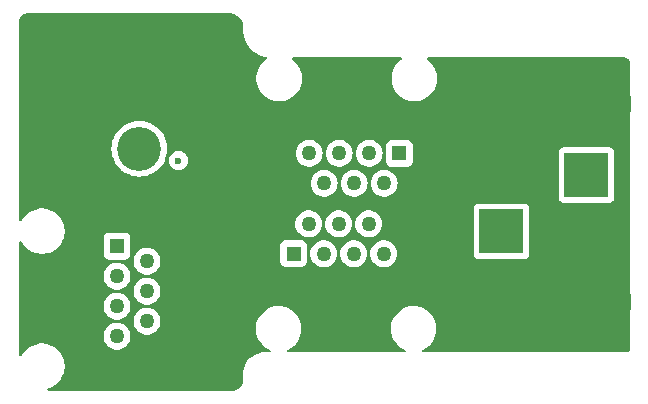
<source format=gtl>
%TF.GenerationSoftware,KiCad,Pcbnew,8.0.1-8.0.1-1~ubuntu22.04.1*%
%TF.CreationDate,2024-04-16T22:31:02-04:00*%
%TF.ProjectId,rocker_splitter,726f636b-6572-45f7-9370-6c6974746572,rev?*%
%TF.SameCoordinates,Original*%
%TF.FileFunction,Copper,L1,Top*%
%TF.FilePolarity,Positive*%
%FSLAX46Y46*%
G04 Gerber Fmt 4.6, Leading zero omitted, Abs format (unit mm)*
G04 Created by KiCad (PCBNEW 8.0.1-8.0.1-1~ubuntu22.04.1) date 2024-04-16 22:31:02*
%MOMM*%
%LPD*%
G01*
G04 APERTURE LIST*
%TA.AperFunction,ComponentPad*%
%ADD10O,2.400000X1.200000*%
%TD*%
%TA.AperFunction,ComponentPad*%
%ADD11R,3.716000X3.716000*%
%TD*%
%TA.AperFunction,ComponentPad*%
%ADD12C,3.716000*%
%TD*%
%TA.AperFunction,ComponentPad*%
%ADD13O,1.200000X2.400000*%
%TD*%
%TA.AperFunction,ComponentPad*%
%ADD14C,3.600000*%
%TD*%
%TA.AperFunction,ConnectorPad*%
%ADD15C,5.600000*%
%TD*%
%TA.AperFunction,ComponentPad*%
%ADD16R,1.268000X1.268000*%
%TD*%
%TA.AperFunction,ComponentPad*%
%ADD17C,1.268000*%
%TD*%
%TA.AperFunction,ViaPad*%
%ADD18C,0.600000*%
%TD*%
G04 APERTURE END LIST*
D10*
%TO.P,P_IN_1,2*%
%TO.N,GND*%
X43342500Y-30795000D03*
X43342500Y-44295000D03*
D11*
%TO.P,P_IN_1,1,+*%
X49342500Y-33945000D03*
D12*
%TO.P,P_IN_1,2,-*%
%TO.N,+24V*%
X49342500Y-41145000D03*
%TD*%
%TO.P,P_OUT_1,2,-*%
%TO.N,GND*%
X79995000Y-43395000D03*
D11*
%TO.P,P_OUT_1,1,+*%
%TO.N,+24V*%
X87195000Y-43395000D03*
D13*
%TO.P,P_OUT_1,2*%
%TO.N,GND*%
X76845000Y-37395000D03*
X90345000Y-37395000D03*
%TD*%
D12*
%TO.P,P_OUT_2,2,-*%
%TO.N,GND*%
X87195000Y-48145000D03*
D11*
%TO.P,P_OUT_2,1,+*%
%TO.N,+24V*%
X79995000Y-48145000D03*
D13*
%TO.P,P_OUT_2,2*%
%TO.N,GND*%
X90345000Y-54145000D03*
X76845000Y-54145000D03*
%TD*%
D14*
%TO.P,H2,1,1*%
%TO.N,GND*%
X55395000Y-58095000D03*
D15*
X55395000Y-58095000D03*
%TD*%
D14*
%TO.P,H1,1,1*%
%TO.N,GND*%
X55395000Y-33095000D03*
D15*
X55395000Y-33095000D03*
%TD*%
D16*
%TO.P,D_IN_1,1*%
%TO.N,CANH*%
X47442500Y-49395000D03*
D17*
%TO.P,D_IN_1,2*%
%TO.N,CANL*%
X49982500Y-50665000D03*
%TO.P,D_IN_1,3*%
%TO.N,unconnected-(D_IN_1-Pad3)*%
X47442500Y-51935000D03*
%TO.P,D_IN_1,4*%
%TO.N,unconnected-(D_IN_1-Pad4)*%
X49982500Y-53205000D03*
%TO.P,D_IN_1,5*%
%TO.N,unconnected-(D_IN_1-Pad5)*%
X47442500Y-54475000D03*
%TO.P,D_IN_1,6*%
%TO.N,unconnected-(D_IN_1-Pad6)*%
X49982500Y-55745000D03*
%TO.P,D_IN_1,7*%
%TO.N,+5V*%
X47442500Y-57015000D03*
%TO.P,D_IN_1,8*%
%TO.N,GND*%
X49982500Y-58285000D03*
%TD*%
D16*
%TO.P,D_OUT_1,1*%
%TO.N,CANH*%
X71342500Y-41545000D03*
D17*
%TO.P,D_OUT_1,2*%
%TO.N,CANL*%
X70072500Y-44085000D03*
%TO.P,D_OUT_1,3*%
%TO.N,unconnected-(D_OUT_1-Pad3)*%
X68802500Y-41545000D03*
%TO.P,D_OUT_1,4*%
%TO.N,unconnected-(D_OUT_1-Pad4)*%
X67532500Y-44085000D03*
%TO.P,D_OUT_1,5*%
%TO.N,unconnected-(D_OUT_1-Pad5)*%
X66262500Y-41545000D03*
%TO.P,D_OUT_1,6*%
%TO.N,unconnected-(D_OUT_1-Pad6)*%
X64992500Y-44085000D03*
%TO.P,D_OUT_1,7*%
%TO.N,+5V*%
X63722500Y-41545000D03*
%TO.P,D_OUT_1,8*%
%TO.N,GND*%
X62452500Y-44085000D03*
%TD*%
D16*
%TO.P,D_OUT_2,1*%
%TO.N,CANH*%
X62407500Y-50035000D03*
D17*
%TO.P,D_OUT_2,2*%
%TO.N,CANL*%
X63677500Y-47495000D03*
%TO.P,D_OUT_2,3*%
%TO.N,unconnected-(D_OUT_2-Pad3)*%
X64947500Y-50035000D03*
%TO.P,D_OUT_2,4*%
%TO.N,unconnected-(D_OUT_2-Pad4)*%
X66217500Y-47495000D03*
%TO.P,D_OUT_2,5*%
%TO.N,unconnected-(D_OUT_2-Pad5)*%
X67487500Y-50035000D03*
%TO.P,D_OUT_2,6*%
%TO.N,unconnected-(D_OUT_2-Pad6)*%
X68757500Y-47495000D03*
%TO.P,D_OUT_2,7*%
%TO.N,+5V*%
X70027500Y-50035000D03*
%TO.P,D_OUT_2,8*%
%TO.N,GND*%
X71297500Y-47495000D03*
%TD*%
D18*
%TO.N,+5V*%
X52647500Y-42145000D03*
%TO.N,GND*%
X52647500Y-38645000D03*
%TD*%
%TA.AperFunction,Conductor*%
%TO.N,GND*%
G36*
X56902353Y-29645882D02*
G01*
X56954688Y-29650000D01*
X57083236Y-29660117D01*
X57102452Y-29663160D01*
X57251757Y-29699006D01*
X57274129Y-29704377D01*
X57292634Y-29710390D01*
X57455746Y-29777953D01*
X57473083Y-29786787D01*
X57623615Y-29879033D01*
X57639357Y-29890470D01*
X57773609Y-30005132D01*
X57787367Y-30018890D01*
X57902029Y-30153142D01*
X57913466Y-30168884D01*
X58005712Y-30319416D01*
X58014546Y-30336753D01*
X58082109Y-30499865D01*
X58088122Y-30518370D01*
X58129338Y-30690045D01*
X58132382Y-30709264D01*
X58146618Y-30890146D01*
X58147000Y-30899875D01*
X58147000Y-31079108D01*
X58147000Y-31145000D01*
X58147000Y-31281130D01*
X58179818Y-31551405D01*
X58219465Y-31712261D01*
X58244975Y-31815759D01*
X58269126Y-31879438D01*
X58341519Y-32070322D01*
X58468044Y-32311397D01*
X58622706Y-32535462D01*
X58622708Y-32535464D01*
X58622710Y-32535467D01*
X58803246Y-32739251D01*
X58803248Y-32739253D01*
X59007032Y-32919789D01*
X59007038Y-32919794D01*
X59231103Y-33074456D01*
X59472178Y-33200981D01*
X59613396Y-33254538D01*
X59726740Y-33297524D01*
X59726742Y-33297524D01*
X59726746Y-33297526D01*
X59991095Y-33362682D01*
X60048236Y-33369620D01*
X60112411Y-33397240D01*
X60151468Y-33455174D01*
X60153003Y-33525027D01*
X60116530Y-33584621D01*
X60108774Y-33591090D01*
X59909205Y-33744227D01*
X59730727Y-33922705D01*
X59577068Y-34122954D01*
X59577066Y-34122958D01*
X59450872Y-34341535D01*
X59450863Y-34341552D01*
X59354273Y-34574741D01*
X59288946Y-34818548D01*
X59256000Y-35068788D01*
X59256000Y-35321211D01*
X59288946Y-35571451D01*
X59354273Y-35815258D01*
X59450863Y-36048447D01*
X59450872Y-36048464D01*
X59577066Y-36267041D01*
X59577068Y-36267045D01*
X59730727Y-36467294D01*
X59730735Y-36467303D01*
X59909197Y-36645765D01*
X59909205Y-36645772D01*
X60109454Y-36799431D01*
X60109458Y-36799433D01*
X60328035Y-36925627D01*
X60328052Y-36925636D01*
X60457258Y-36979154D01*
X60561240Y-37022226D01*
X60805048Y-37087554D01*
X61055296Y-37120500D01*
X61055303Y-37120500D01*
X61307697Y-37120500D01*
X61307704Y-37120500D01*
X61557952Y-37087554D01*
X61801760Y-37022226D01*
X62034954Y-36925633D01*
X62253541Y-36799433D01*
X62253545Y-36799431D01*
X62291342Y-36770427D01*
X62453794Y-36645773D01*
X62453798Y-36645768D01*
X62453803Y-36645765D01*
X62632265Y-36467303D01*
X62632268Y-36467298D01*
X62632273Y-36467294D01*
X62785930Y-36267046D01*
X62912133Y-36048454D01*
X63008726Y-35815260D01*
X63074054Y-35571452D01*
X63107000Y-35321204D01*
X63107000Y-35068796D01*
X63074054Y-34818548D01*
X63008726Y-34574740D01*
X62956864Y-34449535D01*
X62912136Y-34341552D01*
X62912127Y-34341535D01*
X62785933Y-34122958D01*
X62785931Y-34122954D01*
X62632272Y-33922705D01*
X62632265Y-33922697D01*
X62453803Y-33744235D01*
X62453794Y-33744227D01*
X62289131Y-33617875D01*
X62247929Y-33561447D01*
X62243774Y-33491701D01*
X62277987Y-33430781D01*
X62339704Y-33398029D01*
X62364618Y-33395500D01*
X71430382Y-33395500D01*
X71497421Y-33415185D01*
X71543176Y-33467989D01*
X71553120Y-33537147D01*
X71524095Y-33600703D01*
X71505869Y-33617875D01*
X71341205Y-33744227D01*
X71162727Y-33922705D01*
X71009068Y-34122954D01*
X71009066Y-34122958D01*
X70882872Y-34341535D01*
X70882863Y-34341552D01*
X70786273Y-34574741D01*
X70720946Y-34818548D01*
X70688000Y-35068788D01*
X70688000Y-35321211D01*
X70720946Y-35571451D01*
X70786273Y-35815258D01*
X70882863Y-36048447D01*
X70882872Y-36048464D01*
X71009066Y-36267041D01*
X71009068Y-36267045D01*
X71162727Y-36467294D01*
X71162735Y-36467303D01*
X71341197Y-36645765D01*
X71341205Y-36645772D01*
X71541454Y-36799431D01*
X71541458Y-36799433D01*
X71760035Y-36925627D01*
X71760052Y-36925636D01*
X71889258Y-36979154D01*
X71993240Y-37022226D01*
X72237048Y-37087554D01*
X72487296Y-37120500D01*
X72487303Y-37120500D01*
X72739697Y-37120500D01*
X72739704Y-37120500D01*
X72989952Y-37087554D01*
X73233760Y-37022226D01*
X73466954Y-36925633D01*
X73685541Y-36799433D01*
X73685545Y-36799431D01*
X73723342Y-36770427D01*
X73885794Y-36645773D01*
X73885798Y-36645768D01*
X73885803Y-36645765D01*
X74064265Y-36467303D01*
X74064268Y-36467298D01*
X74064273Y-36467294D01*
X74217930Y-36267046D01*
X74344133Y-36048454D01*
X74440726Y-35815260D01*
X74506054Y-35571452D01*
X74539000Y-35321204D01*
X74539000Y-35068796D01*
X74506054Y-34818548D01*
X74440726Y-34574740D01*
X74388864Y-34449535D01*
X74344136Y-34341552D01*
X74344127Y-34341535D01*
X74217933Y-34122958D01*
X74217931Y-34122954D01*
X74064272Y-33922705D01*
X74064265Y-33922697D01*
X73885803Y-33744235D01*
X73885794Y-33744227D01*
X73721131Y-33617875D01*
X73679929Y-33561447D01*
X73675774Y-33491701D01*
X73709987Y-33430781D01*
X73771704Y-33398029D01*
X73796618Y-33395500D01*
X90081608Y-33395500D01*
X90142625Y-33395500D01*
X90152353Y-33395882D01*
X90204688Y-33400000D01*
X90333236Y-33410117D01*
X90352452Y-33413160D01*
X90524129Y-33454377D01*
X90542634Y-33460390D01*
X90705744Y-33527952D01*
X90723079Y-33536785D01*
X90763325Y-33561447D01*
X90783288Y-33573680D01*
X90830164Y-33625491D01*
X90842500Y-33679408D01*
X90842500Y-58207125D01*
X90822815Y-58274164D01*
X90770904Y-58319507D01*
X90749180Y-58329637D01*
X90728869Y-58337030D01*
X90581538Y-58376507D01*
X90560253Y-58380260D01*
X90402895Y-58394028D01*
X90392087Y-58394500D01*
X73372101Y-58394500D01*
X73305062Y-58374815D01*
X73259307Y-58322011D01*
X73249363Y-58252853D01*
X73278388Y-58189297D01*
X73324648Y-58155939D01*
X73421947Y-58115636D01*
X73421947Y-58115635D01*
X73421954Y-58115633D01*
X73640541Y-57989433D01*
X73640545Y-57989431D01*
X73689891Y-57951566D01*
X73840794Y-57835773D01*
X73840798Y-57835768D01*
X73840803Y-57835765D01*
X74019265Y-57657303D01*
X74019268Y-57657298D01*
X74019273Y-57657294D01*
X74172930Y-57457046D01*
X74299133Y-57238454D01*
X74395726Y-57005260D01*
X74461054Y-56761452D01*
X74494000Y-56511204D01*
X74494000Y-56258796D01*
X74461054Y-56008548D01*
X74395726Y-55764740D01*
X74315420Y-55570866D01*
X74299136Y-55531552D01*
X74299127Y-55531535D01*
X74172933Y-55312958D01*
X74172931Y-55312954D01*
X74044210Y-55145204D01*
X74019273Y-55112706D01*
X74019272Y-55112705D01*
X74019265Y-55112697D01*
X73840803Y-54934235D01*
X73840794Y-54934227D01*
X73640545Y-54780568D01*
X73640541Y-54780566D01*
X73421964Y-54654372D01*
X73421947Y-54654363D01*
X73188758Y-54557773D01*
X73034190Y-54516357D01*
X72944952Y-54492446D01*
X72913671Y-54488327D01*
X72694711Y-54459500D01*
X72694704Y-54459500D01*
X72442296Y-54459500D01*
X72442288Y-54459500D01*
X72192048Y-54492446D01*
X71948241Y-54557773D01*
X71715052Y-54654363D01*
X71715035Y-54654372D01*
X71496458Y-54780566D01*
X71496454Y-54780568D01*
X71296205Y-54934227D01*
X71117727Y-55112705D01*
X70964068Y-55312954D01*
X70964066Y-55312958D01*
X70837872Y-55531535D01*
X70837863Y-55531552D01*
X70741273Y-55764741D01*
X70675946Y-56008548D01*
X70643000Y-56258788D01*
X70643000Y-56511211D01*
X70661830Y-56654230D01*
X70675946Y-56761452D01*
X70687787Y-56805643D01*
X70741273Y-57005258D01*
X70837863Y-57238447D01*
X70837872Y-57238464D01*
X70964066Y-57457041D01*
X70964068Y-57457045D01*
X71117727Y-57657294D01*
X71117735Y-57657303D01*
X71296197Y-57835765D01*
X71296205Y-57835772D01*
X71496454Y-57989431D01*
X71496458Y-57989433D01*
X71715035Y-58115627D01*
X71715052Y-58115636D01*
X71812352Y-58155939D01*
X71866755Y-58199780D01*
X71888820Y-58266074D01*
X71871541Y-58333774D01*
X71820403Y-58381384D01*
X71764899Y-58394500D01*
X61940101Y-58394500D01*
X61873062Y-58374815D01*
X61827307Y-58322011D01*
X61817363Y-58252853D01*
X61846388Y-58189297D01*
X61892648Y-58155939D01*
X61989947Y-58115636D01*
X61989947Y-58115635D01*
X61989954Y-58115633D01*
X62208541Y-57989433D01*
X62208545Y-57989431D01*
X62257891Y-57951566D01*
X62408794Y-57835773D01*
X62408798Y-57835768D01*
X62408803Y-57835765D01*
X62587265Y-57657303D01*
X62587268Y-57657298D01*
X62587273Y-57657294D01*
X62740930Y-57457046D01*
X62867133Y-57238454D01*
X62963726Y-57005260D01*
X63029054Y-56761452D01*
X63062000Y-56511204D01*
X63062000Y-56258796D01*
X63029054Y-56008548D01*
X62963726Y-55764740D01*
X62883420Y-55570866D01*
X62867136Y-55531552D01*
X62867127Y-55531535D01*
X62740933Y-55312958D01*
X62740931Y-55312954D01*
X62612210Y-55145204D01*
X62587273Y-55112706D01*
X62587272Y-55112705D01*
X62587265Y-55112697D01*
X62408803Y-54934235D01*
X62408794Y-54934227D01*
X62208545Y-54780568D01*
X62208541Y-54780566D01*
X61989964Y-54654372D01*
X61989947Y-54654363D01*
X61756758Y-54557773D01*
X61602190Y-54516357D01*
X61512952Y-54492446D01*
X61481671Y-54488327D01*
X61262711Y-54459500D01*
X61262704Y-54459500D01*
X61010296Y-54459500D01*
X61010288Y-54459500D01*
X60760048Y-54492446D01*
X60516241Y-54557773D01*
X60283052Y-54654363D01*
X60283035Y-54654372D01*
X60064458Y-54780566D01*
X60064454Y-54780568D01*
X59864205Y-54934227D01*
X59685727Y-55112705D01*
X59532068Y-55312954D01*
X59532066Y-55312958D01*
X59405872Y-55531535D01*
X59405863Y-55531552D01*
X59309273Y-55764741D01*
X59243946Y-56008548D01*
X59211000Y-56258788D01*
X59211000Y-56511211D01*
X59229830Y-56654230D01*
X59243946Y-56761452D01*
X59255787Y-56805643D01*
X59309273Y-57005258D01*
X59405863Y-57238447D01*
X59405872Y-57238464D01*
X59532066Y-57457041D01*
X59532068Y-57457045D01*
X59685727Y-57657294D01*
X59685735Y-57657303D01*
X59864197Y-57835765D01*
X59864205Y-57835772D01*
X60064454Y-57989431D01*
X60064458Y-57989433D01*
X60283035Y-58115627D01*
X60283052Y-58115636D01*
X60380352Y-58155939D01*
X60434755Y-58199780D01*
X60456820Y-58266074D01*
X60439541Y-58333774D01*
X60388403Y-58381384D01*
X60332899Y-58394500D01*
X59963392Y-58394500D01*
X59897500Y-58394500D01*
X59772302Y-58394500D01*
X59736667Y-58399623D01*
X59524455Y-58430135D01*
X59524451Y-58430136D01*
X59284208Y-58500676D01*
X59284202Y-58500678D01*
X59056438Y-58604695D01*
X59056420Y-58604705D01*
X58845791Y-58740068D01*
X58845785Y-58740072D01*
X58656547Y-58904047D01*
X58492572Y-59093285D01*
X58492568Y-59093291D01*
X58357205Y-59303920D01*
X58357195Y-59303938D01*
X58253178Y-59531702D01*
X58253176Y-59531708D01*
X58182636Y-59771951D01*
X58182635Y-59771955D01*
X58147000Y-60019803D01*
X58147000Y-60639586D01*
X58146528Y-60650394D01*
X58132760Y-60807753D01*
X58129007Y-60829038D01*
X58089530Y-60976369D01*
X58082137Y-60996681D01*
X58017677Y-61134915D01*
X58006870Y-61153633D01*
X57919380Y-61278582D01*
X57905486Y-61295140D01*
X57797640Y-61402986D01*
X57781082Y-61416880D01*
X57656133Y-61504370D01*
X57637415Y-61515177D01*
X57499181Y-61579637D01*
X57478869Y-61587030D01*
X57331538Y-61626507D01*
X57310253Y-61630260D01*
X57152895Y-61644028D01*
X57142087Y-61644500D01*
X41679545Y-61644500D01*
X41612506Y-61624815D01*
X41566751Y-61572011D01*
X41556807Y-61502853D01*
X41585832Y-61439297D01*
X41644610Y-61401523D01*
X41647437Y-61400729D01*
X41712760Y-61383226D01*
X41920723Y-61297083D01*
X41945947Y-61286636D01*
X41945947Y-61286635D01*
X41945954Y-61286633D01*
X42164541Y-61160433D01*
X42164545Y-61160431D01*
X42215782Y-61121115D01*
X42364794Y-61006773D01*
X42364798Y-61006768D01*
X42364803Y-61006765D01*
X42543265Y-60828303D01*
X42543268Y-60828298D01*
X42543273Y-60828294D01*
X42696930Y-60628046D01*
X42823133Y-60409454D01*
X42919726Y-60176260D01*
X42985054Y-59932452D01*
X43018000Y-59682204D01*
X43018000Y-59429796D01*
X42985054Y-59179548D01*
X42919726Y-58935740D01*
X42876654Y-58831758D01*
X42823136Y-58702552D01*
X42823127Y-58702535D01*
X42696933Y-58483958D01*
X42696931Y-58483954D01*
X42543272Y-58283705D01*
X42543265Y-58283697D01*
X42364803Y-58105235D01*
X42364794Y-58105227D01*
X42164545Y-57951568D01*
X42164541Y-57951566D01*
X41945964Y-57825372D01*
X41945947Y-57825363D01*
X41712758Y-57728773D01*
X41558190Y-57687357D01*
X41468952Y-57663446D01*
X41422292Y-57657303D01*
X41218711Y-57630500D01*
X41218704Y-57630500D01*
X40966296Y-57630500D01*
X40966288Y-57630500D01*
X40716048Y-57663446D01*
X40472241Y-57728773D01*
X40239052Y-57825363D01*
X40239035Y-57825372D01*
X40020458Y-57951566D01*
X40020454Y-57951568D01*
X39820205Y-58105227D01*
X39641727Y-58283705D01*
X39488068Y-58483954D01*
X39488066Y-58483958D01*
X39379387Y-58672199D01*
X39328821Y-58720415D01*
X39260214Y-58733639D01*
X39195349Y-58707671D01*
X39154820Y-58650757D01*
X39148000Y-58610200D01*
X39148000Y-57015000D01*
X46303140Y-57015000D01*
X46322539Y-57224352D01*
X46380079Y-57426587D01*
X46473793Y-57614790D01*
X46473798Y-57614798D01*
X46600504Y-57782584D01*
X46755881Y-57924228D01*
X46755883Y-57924230D01*
X46831175Y-57970848D01*
X46934644Y-58034913D01*
X47130699Y-58110866D01*
X47337373Y-58149500D01*
X47337375Y-58149500D01*
X47547625Y-58149500D01*
X47547627Y-58149500D01*
X47754301Y-58110866D01*
X47950356Y-58034913D01*
X48129118Y-57924229D01*
X48261156Y-57803859D01*
X48284495Y-57782584D01*
X48319033Y-57736849D01*
X48411203Y-57614796D01*
X48504922Y-57426584D01*
X48562460Y-57224357D01*
X48581860Y-57015000D01*
X48580957Y-57005260D01*
X48577980Y-56973128D01*
X48562460Y-56805643D01*
X48504922Y-56603416D01*
X48459002Y-56511197D01*
X48411206Y-56415209D01*
X48411201Y-56415201D01*
X48284495Y-56247415D01*
X48129118Y-56105771D01*
X48129116Y-56105769D01*
X47950359Y-55995089D01*
X47950356Y-55995087D01*
X47845208Y-55954352D01*
X47754301Y-55919134D01*
X47547627Y-55880500D01*
X47337373Y-55880500D01*
X47130699Y-55919134D01*
X47130696Y-55919134D01*
X47130696Y-55919135D01*
X46934643Y-55995087D01*
X46934640Y-55995089D01*
X46755883Y-56105769D01*
X46755881Y-56105771D01*
X46600504Y-56247415D01*
X46473798Y-56415201D01*
X46473793Y-56415209D01*
X46380079Y-56603412D01*
X46380078Y-56603416D01*
X46334130Y-56764910D01*
X46322539Y-56805647D01*
X46303140Y-57014999D01*
X46303140Y-57015000D01*
X39148000Y-57015000D01*
X39148000Y-55745000D01*
X48843140Y-55745000D01*
X48862539Y-55954352D01*
X48862539Y-55954354D01*
X48862540Y-55954357D01*
X48877959Y-56008548D01*
X48920079Y-56156587D01*
X49013793Y-56344790D01*
X49013798Y-56344798D01*
X49140504Y-56512584D01*
X49295881Y-56654228D01*
X49295883Y-56654230D01*
X49371175Y-56700848D01*
X49474644Y-56764913D01*
X49670699Y-56840866D01*
X49877373Y-56879500D01*
X49877375Y-56879500D01*
X50087625Y-56879500D01*
X50087627Y-56879500D01*
X50294301Y-56840866D01*
X50490356Y-56764913D01*
X50669118Y-56654229D01*
X50824497Y-56512582D01*
X50951203Y-56344796D01*
X51044922Y-56156584D01*
X51102460Y-55954357D01*
X51121860Y-55745000D01*
X51102460Y-55535643D01*
X51044922Y-55333416D01*
X50999692Y-55242582D01*
X50951206Y-55145209D01*
X50951201Y-55145201D01*
X50824495Y-54977415D01*
X50669118Y-54835771D01*
X50669116Y-54835769D01*
X50490359Y-54725089D01*
X50490356Y-54725087D01*
X50385208Y-54684352D01*
X50294301Y-54649134D01*
X50087627Y-54610500D01*
X49877373Y-54610500D01*
X49670699Y-54649134D01*
X49670696Y-54649134D01*
X49670696Y-54649135D01*
X49474643Y-54725087D01*
X49474640Y-54725089D01*
X49295883Y-54835769D01*
X49295881Y-54835771D01*
X49140504Y-54977415D01*
X49013798Y-55145201D01*
X49013793Y-55145209D01*
X48920079Y-55333412D01*
X48920078Y-55333416D01*
X48874130Y-55494910D01*
X48862539Y-55535647D01*
X48843140Y-55744999D01*
X48843140Y-55745000D01*
X39148000Y-55745000D01*
X39148000Y-54475000D01*
X46303140Y-54475000D01*
X46322539Y-54684352D01*
X46322539Y-54684354D01*
X46322540Y-54684357D01*
X46349914Y-54780566D01*
X46380079Y-54886587D01*
X46473793Y-55074790D01*
X46473798Y-55074798D01*
X46600504Y-55242584D01*
X46755881Y-55384228D01*
X46755883Y-55384230D01*
X46831175Y-55430848D01*
X46934644Y-55494913D01*
X47130699Y-55570866D01*
X47337373Y-55609500D01*
X47337375Y-55609500D01*
X47547625Y-55609500D01*
X47547627Y-55609500D01*
X47754301Y-55570866D01*
X47950356Y-55494913D01*
X48129118Y-55384229D01*
X48284497Y-55242582D01*
X48411203Y-55074796D01*
X48504922Y-54886584D01*
X48562460Y-54684357D01*
X48581860Y-54475000D01*
X48562460Y-54265643D01*
X48504922Y-54063416D01*
X48459692Y-53972582D01*
X48411206Y-53875209D01*
X48411201Y-53875201D01*
X48284495Y-53707415D01*
X48129118Y-53565771D01*
X48129116Y-53565769D01*
X47950359Y-53455089D01*
X47950356Y-53455087D01*
X47845208Y-53414352D01*
X47754301Y-53379134D01*
X47547627Y-53340500D01*
X47337373Y-53340500D01*
X47130699Y-53379134D01*
X47130696Y-53379134D01*
X47130696Y-53379135D01*
X46934643Y-53455087D01*
X46934640Y-53455089D01*
X46755883Y-53565769D01*
X46755881Y-53565771D01*
X46600504Y-53707415D01*
X46473798Y-53875201D01*
X46473793Y-53875209D01*
X46380079Y-54063412D01*
X46380078Y-54063416D01*
X46334130Y-54224910D01*
X46322539Y-54265647D01*
X46303140Y-54474999D01*
X46303140Y-54475000D01*
X39148000Y-54475000D01*
X39148000Y-53205000D01*
X48843140Y-53205000D01*
X48862539Y-53414352D01*
X48862539Y-53414354D01*
X48862540Y-53414357D01*
X48905620Y-53565769D01*
X48920079Y-53616587D01*
X49013793Y-53804790D01*
X49013798Y-53804798D01*
X49140504Y-53972584D01*
X49295881Y-54114228D01*
X49295883Y-54114230D01*
X49371175Y-54160848D01*
X49474644Y-54224913D01*
X49670699Y-54300866D01*
X49877373Y-54339500D01*
X49877375Y-54339500D01*
X50087625Y-54339500D01*
X50087627Y-54339500D01*
X50294301Y-54300866D01*
X50490356Y-54224913D01*
X50669118Y-54114229D01*
X50824497Y-53972582D01*
X50951203Y-53804796D01*
X51044922Y-53616584D01*
X51102460Y-53414357D01*
X51121860Y-53205000D01*
X51102460Y-52995643D01*
X51044922Y-52793416D01*
X50999692Y-52702582D01*
X50951206Y-52605209D01*
X50951201Y-52605201D01*
X50824495Y-52437415D01*
X50669118Y-52295771D01*
X50669116Y-52295769D01*
X50490359Y-52185089D01*
X50490356Y-52185087D01*
X50385208Y-52144352D01*
X50294301Y-52109134D01*
X50087627Y-52070500D01*
X49877373Y-52070500D01*
X49670699Y-52109134D01*
X49670696Y-52109134D01*
X49670696Y-52109135D01*
X49474643Y-52185087D01*
X49474640Y-52185089D01*
X49295883Y-52295769D01*
X49295881Y-52295771D01*
X49140504Y-52437415D01*
X49013798Y-52605201D01*
X49013793Y-52605209D01*
X48920079Y-52793412D01*
X48920078Y-52793416D01*
X48874130Y-52954910D01*
X48862539Y-52995647D01*
X48843140Y-53204999D01*
X48843140Y-53205000D01*
X39148000Y-53205000D01*
X39148000Y-51935000D01*
X46303140Y-51935000D01*
X46322539Y-52144352D01*
X46322539Y-52144354D01*
X46322540Y-52144357D01*
X46365620Y-52295769D01*
X46380079Y-52346587D01*
X46473793Y-52534790D01*
X46473798Y-52534798D01*
X46600504Y-52702584D01*
X46755881Y-52844228D01*
X46755883Y-52844230D01*
X46831175Y-52890848D01*
X46934644Y-52954913D01*
X47130699Y-53030866D01*
X47337373Y-53069500D01*
X47337375Y-53069500D01*
X47547625Y-53069500D01*
X47547627Y-53069500D01*
X47754301Y-53030866D01*
X47950356Y-52954913D01*
X48129118Y-52844229D01*
X48284497Y-52702582D01*
X48411203Y-52534796D01*
X48504922Y-52346584D01*
X48562460Y-52144357D01*
X48581860Y-51935000D01*
X48562460Y-51725643D01*
X48504922Y-51523416D01*
X48459692Y-51432582D01*
X48411206Y-51335209D01*
X48411201Y-51335201D01*
X48284495Y-51167415D01*
X48129118Y-51025771D01*
X48129116Y-51025769D01*
X47950359Y-50915089D01*
X47950356Y-50915087D01*
X47845208Y-50874352D01*
X47754301Y-50839134D01*
X47547627Y-50800500D01*
X47337373Y-50800500D01*
X47130699Y-50839134D01*
X47130696Y-50839134D01*
X47130696Y-50839135D01*
X46934643Y-50915087D01*
X46934640Y-50915089D01*
X46755883Y-51025769D01*
X46755881Y-51025771D01*
X46600504Y-51167415D01*
X46473798Y-51335201D01*
X46473793Y-51335209D01*
X46380079Y-51523412D01*
X46380078Y-51523416D01*
X46334130Y-51684910D01*
X46322539Y-51725647D01*
X46303140Y-51934999D01*
X46303140Y-51935000D01*
X39148000Y-51935000D01*
X39148000Y-50665000D01*
X48843140Y-50665000D01*
X48862539Y-50874352D01*
X48862539Y-50874354D01*
X48862540Y-50874357D01*
X48913911Y-51054910D01*
X48920079Y-51076587D01*
X49013793Y-51264790D01*
X49013798Y-51264798D01*
X49140504Y-51432584D01*
X49295881Y-51574228D01*
X49295883Y-51574230D01*
X49371175Y-51620848D01*
X49474644Y-51684913D01*
X49670699Y-51760866D01*
X49877373Y-51799500D01*
X49877375Y-51799500D01*
X50087625Y-51799500D01*
X50087627Y-51799500D01*
X50294301Y-51760866D01*
X50490356Y-51684913D01*
X50669118Y-51574229D01*
X50824497Y-51432582D01*
X50951203Y-51264796D01*
X51044922Y-51076584D01*
X51102460Y-50874357D01*
X51117053Y-50716870D01*
X61273000Y-50716870D01*
X61273001Y-50716876D01*
X61279408Y-50776483D01*
X61329702Y-50911328D01*
X61329706Y-50911335D01*
X61415952Y-51026544D01*
X61415955Y-51026547D01*
X61531164Y-51112793D01*
X61531171Y-51112797D01*
X61666017Y-51163091D01*
X61666016Y-51163091D01*
X61672944Y-51163835D01*
X61725627Y-51169500D01*
X63089372Y-51169499D01*
X63148983Y-51163091D01*
X63283831Y-51112796D01*
X63399046Y-51026546D01*
X63485296Y-50911331D01*
X63535591Y-50776483D01*
X63542000Y-50716873D01*
X63541999Y-50035000D01*
X63808140Y-50035000D01*
X63827539Y-50244352D01*
X63827539Y-50244354D01*
X63827540Y-50244357D01*
X63867996Y-50386546D01*
X63885079Y-50446587D01*
X63978793Y-50634790D01*
X63978798Y-50634798D01*
X64105504Y-50802584D01*
X64260881Y-50944228D01*
X64260883Y-50944230D01*
X64336175Y-50990848D01*
X64439644Y-51054913D01*
X64635699Y-51130866D01*
X64842373Y-51169500D01*
X64842375Y-51169500D01*
X65052625Y-51169500D01*
X65052627Y-51169500D01*
X65259301Y-51130866D01*
X65455356Y-51054913D01*
X65634118Y-50944229D01*
X65789497Y-50802582D01*
X65916203Y-50634796D01*
X66009922Y-50446584D01*
X66067460Y-50244357D01*
X66086860Y-50035000D01*
X66348140Y-50035000D01*
X66367539Y-50244352D01*
X66367539Y-50244354D01*
X66367540Y-50244357D01*
X66407996Y-50386546D01*
X66425079Y-50446587D01*
X66518793Y-50634790D01*
X66518798Y-50634798D01*
X66645504Y-50802584D01*
X66800881Y-50944228D01*
X66800883Y-50944230D01*
X66876175Y-50990848D01*
X66979644Y-51054913D01*
X67175699Y-51130866D01*
X67382373Y-51169500D01*
X67382375Y-51169500D01*
X67592625Y-51169500D01*
X67592627Y-51169500D01*
X67799301Y-51130866D01*
X67995356Y-51054913D01*
X68174118Y-50944229D01*
X68329497Y-50802582D01*
X68456203Y-50634796D01*
X68549922Y-50446584D01*
X68607460Y-50244357D01*
X68626860Y-50035000D01*
X68888140Y-50035000D01*
X68907539Y-50244352D01*
X68907539Y-50244354D01*
X68907540Y-50244357D01*
X68947996Y-50386546D01*
X68965079Y-50446587D01*
X69058793Y-50634790D01*
X69058798Y-50634798D01*
X69185504Y-50802584D01*
X69340881Y-50944228D01*
X69340883Y-50944230D01*
X69416175Y-50990848D01*
X69519644Y-51054913D01*
X69715699Y-51130866D01*
X69922373Y-51169500D01*
X69922375Y-51169500D01*
X70132625Y-51169500D01*
X70132627Y-51169500D01*
X70339301Y-51130866D01*
X70535356Y-51054913D01*
X70714118Y-50944229D01*
X70869497Y-50802582D01*
X70996203Y-50634796D01*
X71089922Y-50446584D01*
X71147460Y-50244357D01*
X71165389Y-50050870D01*
X77636500Y-50050870D01*
X77636501Y-50050876D01*
X77642908Y-50110483D01*
X77693202Y-50245328D01*
X77693206Y-50245335D01*
X77779452Y-50360544D01*
X77779455Y-50360547D01*
X77894664Y-50446793D01*
X77894671Y-50446797D01*
X78029517Y-50497091D01*
X78029516Y-50497091D01*
X78036444Y-50497835D01*
X78089127Y-50503500D01*
X81900872Y-50503499D01*
X81960483Y-50497091D01*
X82095331Y-50446796D01*
X82210546Y-50360546D01*
X82296796Y-50245331D01*
X82347091Y-50110483D01*
X82353500Y-50050873D01*
X82353499Y-46239128D01*
X82347091Y-46179517D01*
X82296796Y-46044669D01*
X82296795Y-46044668D01*
X82296793Y-46044664D01*
X82210547Y-45929455D01*
X82210544Y-45929452D01*
X82095335Y-45843206D01*
X82095328Y-45843202D01*
X81960482Y-45792908D01*
X81960483Y-45792908D01*
X81900883Y-45786501D01*
X81900881Y-45786500D01*
X81900873Y-45786500D01*
X81900864Y-45786500D01*
X78089129Y-45786500D01*
X78089123Y-45786501D01*
X78029516Y-45792908D01*
X77894671Y-45843202D01*
X77894664Y-45843206D01*
X77779455Y-45929452D01*
X77779452Y-45929455D01*
X77693206Y-46044664D01*
X77693202Y-46044671D01*
X77642908Y-46179517D01*
X77637326Y-46231446D01*
X77636501Y-46239123D01*
X77636500Y-46239135D01*
X77636500Y-50050870D01*
X71165389Y-50050870D01*
X71166860Y-50035000D01*
X71147460Y-49825643D01*
X71089922Y-49623416D01*
X71043655Y-49530500D01*
X70996206Y-49435209D01*
X70996201Y-49435201D01*
X70869495Y-49267415D01*
X70714118Y-49125771D01*
X70714116Y-49125769D01*
X70535359Y-49015089D01*
X70535356Y-49015087D01*
X70434684Y-48976086D01*
X70339301Y-48939134D01*
X70132627Y-48900500D01*
X69922373Y-48900500D01*
X69715699Y-48939134D01*
X69715696Y-48939134D01*
X69715696Y-48939135D01*
X69519643Y-49015087D01*
X69519640Y-49015089D01*
X69340883Y-49125769D01*
X69340881Y-49125771D01*
X69185504Y-49267415D01*
X69058798Y-49435201D01*
X69058793Y-49435209D01*
X68965079Y-49623412D01*
X68907539Y-49825647D01*
X68888140Y-50034999D01*
X68888140Y-50035000D01*
X68626860Y-50035000D01*
X68607460Y-49825643D01*
X68549922Y-49623416D01*
X68503655Y-49530500D01*
X68456206Y-49435209D01*
X68456201Y-49435201D01*
X68329495Y-49267415D01*
X68174118Y-49125771D01*
X68174116Y-49125769D01*
X67995359Y-49015089D01*
X67995356Y-49015087D01*
X67894684Y-48976086D01*
X67799301Y-48939134D01*
X67592627Y-48900500D01*
X67382373Y-48900500D01*
X67175699Y-48939134D01*
X67175696Y-48939134D01*
X67175696Y-48939135D01*
X66979643Y-49015087D01*
X66979640Y-49015089D01*
X66800883Y-49125769D01*
X66800881Y-49125771D01*
X66645504Y-49267415D01*
X66518798Y-49435201D01*
X66518793Y-49435209D01*
X66425079Y-49623412D01*
X66367539Y-49825647D01*
X66348140Y-50034999D01*
X66348140Y-50035000D01*
X66086860Y-50035000D01*
X66067460Y-49825643D01*
X66009922Y-49623416D01*
X65963655Y-49530500D01*
X65916206Y-49435209D01*
X65916201Y-49435201D01*
X65789495Y-49267415D01*
X65634118Y-49125771D01*
X65634116Y-49125769D01*
X65455359Y-49015089D01*
X65455356Y-49015087D01*
X65354684Y-48976086D01*
X65259301Y-48939134D01*
X65052627Y-48900500D01*
X64842373Y-48900500D01*
X64635699Y-48939134D01*
X64635696Y-48939134D01*
X64635696Y-48939135D01*
X64439643Y-49015087D01*
X64439640Y-49015089D01*
X64260883Y-49125769D01*
X64260881Y-49125771D01*
X64105504Y-49267415D01*
X63978798Y-49435201D01*
X63978793Y-49435209D01*
X63885079Y-49623412D01*
X63827539Y-49825647D01*
X63808140Y-50034999D01*
X63808140Y-50035000D01*
X63541999Y-50035000D01*
X63541999Y-49353128D01*
X63535591Y-49293517D01*
X63499237Y-49196048D01*
X63485297Y-49158671D01*
X63485293Y-49158664D01*
X63399047Y-49043455D01*
X63399044Y-49043452D01*
X63283835Y-48957206D01*
X63283828Y-48957202D01*
X63148982Y-48906908D01*
X63148983Y-48906908D01*
X63089383Y-48900501D01*
X63089381Y-48900500D01*
X63089373Y-48900500D01*
X63089364Y-48900500D01*
X61725629Y-48900500D01*
X61725623Y-48900501D01*
X61666016Y-48906908D01*
X61531171Y-48957202D01*
X61531164Y-48957206D01*
X61415955Y-49043452D01*
X61415952Y-49043455D01*
X61329706Y-49158664D01*
X61329702Y-49158671D01*
X61279408Y-49293517D01*
X61273001Y-49353116D01*
X61273001Y-49353123D01*
X61273000Y-49353135D01*
X61273000Y-50716870D01*
X51117053Y-50716870D01*
X51121860Y-50665000D01*
X51102460Y-50455643D01*
X51044922Y-50253416D01*
X50986696Y-50136483D01*
X50951206Y-50065209D01*
X50951201Y-50065201D01*
X50824495Y-49897415D01*
X50669118Y-49755771D01*
X50669116Y-49755769D01*
X50490359Y-49645089D01*
X50490356Y-49645087D01*
X50434407Y-49623412D01*
X50294301Y-49569134D01*
X50087627Y-49530500D01*
X49877373Y-49530500D01*
X49670699Y-49569134D01*
X49670696Y-49569134D01*
X49670696Y-49569135D01*
X49474643Y-49645087D01*
X49474640Y-49645089D01*
X49295883Y-49755769D01*
X49295881Y-49755771D01*
X49140504Y-49897415D01*
X49013798Y-50065201D01*
X49013793Y-50065209D01*
X48920079Y-50253412D01*
X48920078Y-50253416D01*
X48865118Y-50446584D01*
X48862539Y-50455647D01*
X48843140Y-50664999D01*
X48843140Y-50665000D01*
X39148000Y-50665000D01*
X39148000Y-50076870D01*
X46308000Y-50076870D01*
X46308001Y-50076876D01*
X46314408Y-50136483D01*
X46364702Y-50271328D01*
X46364706Y-50271335D01*
X46450952Y-50386544D01*
X46450955Y-50386547D01*
X46566164Y-50472793D01*
X46566171Y-50472797D01*
X46701017Y-50523091D01*
X46701016Y-50523091D01*
X46707944Y-50523835D01*
X46760627Y-50529500D01*
X48124372Y-50529499D01*
X48183983Y-50523091D01*
X48318831Y-50472796D01*
X48434046Y-50386546D01*
X48520296Y-50271331D01*
X48570591Y-50136483D01*
X48577000Y-50076873D01*
X48576999Y-48713128D01*
X48570591Y-48653517D01*
X48561633Y-48629500D01*
X48520297Y-48518671D01*
X48520293Y-48518664D01*
X48434047Y-48403455D01*
X48434044Y-48403452D01*
X48318835Y-48317206D01*
X48318828Y-48317202D01*
X48183982Y-48266908D01*
X48183983Y-48266908D01*
X48124383Y-48260501D01*
X48124381Y-48260500D01*
X48124373Y-48260500D01*
X48124364Y-48260500D01*
X46760629Y-48260500D01*
X46760623Y-48260501D01*
X46701016Y-48266908D01*
X46566171Y-48317202D01*
X46566164Y-48317206D01*
X46450955Y-48403452D01*
X46450952Y-48403455D01*
X46364706Y-48518664D01*
X46364702Y-48518671D01*
X46314408Y-48653517D01*
X46308001Y-48713116D01*
X46308001Y-48713123D01*
X46308000Y-48713135D01*
X46308000Y-50076870D01*
X39148000Y-50076870D01*
X39148000Y-49069799D01*
X39167685Y-49002760D01*
X39220489Y-48957005D01*
X39289647Y-48947061D01*
X39353203Y-48976086D01*
X39379385Y-49007796D01*
X39415182Y-49069799D01*
X39488071Y-49196048D01*
X39641727Y-49396294D01*
X39641735Y-49396303D01*
X39820197Y-49574765D01*
X39820205Y-49574772D01*
X40020454Y-49728431D01*
X40020458Y-49728433D01*
X40239035Y-49854627D01*
X40239052Y-49854636D01*
X40342330Y-49897415D01*
X40472240Y-49951226D01*
X40716048Y-50016554D01*
X40966296Y-50049500D01*
X40966303Y-50049500D01*
X41218697Y-50049500D01*
X41218704Y-50049500D01*
X41468952Y-50016554D01*
X41712760Y-49951226D01*
X41945954Y-49854633D01*
X42164541Y-49728433D01*
X42164545Y-49728431D01*
X42273157Y-49645089D01*
X42364794Y-49574773D01*
X42364798Y-49574768D01*
X42364803Y-49574765D01*
X42543265Y-49396303D01*
X42543268Y-49396298D01*
X42543273Y-49396294D01*
X42667927Y-49233842D01*
X42696931Y-49196045D01*
X42696933Y-49196041D01*
X42785029Y-49043452D01*
X42823133Y-48977454D01*
X42919726Y-48744260D01*
X42985054Y-48500452D01*
X43018000Y-48250204D01*
X43018000Y-47997796D01*
X42985054Y-47747548D01*
X42919726Y-47503740D01*
X42916106Y-47495000D01*
X62538140Y-47495000D01*
X62557539Y-47704352D01*
X62615079Y-47906587D01*
X62708793Y-48094790D01*
X62708798Y-48094798D01*
X62835504Y-48262584D01*
X62990881Y-48404228D01*
X62990883Y-48404230D01*
X63066175Y-48450848D01*
X63169644Y-48514913D01*
X63365699Y-48590866D01*
X63572373Y-48629500D01*
X63572375Y-48629500D01*
X63782625Y-48629500D01*
X63782627Y-48629500D01*
X63989301Y-48590866D01*
X64185356Y-48514913D01*
X64364118Y-48404229D01*
X64519497Y-48262582D01*
X64646203Y-48094796D01*
X64739922Y-47906584D01*
X64797460Y-47704357D01*
X64816860Y-47495000D01*
X65078140Y-47495000D01*
X65097539Y-47704352D01*
X65155079Y-47906587D01*
X65248793Y-48094790D01*
X65248798Y-48094798D01*
X65375504Y-48262584D01*
X65530881Y-48404228D01*
X65530883Y-48404230D01*
X65606175Y-48450848D01*
X65709644Y-48514913D01*
X65905699Y-48590866D01*
X66112373Y-48629500D01*
X66112375Y-48629500D01*
X66322625Y-48629500D01*
X66322627Y-48629500D01*
X66529301Y-48590866D01*
X66725356Y-48514913D01*
X66904118Y-48404229D01*
X67059497Y-48262582D01*
X67186203Y-48094796D01*
X67279922Y-47906584D01*
X67337460Y-47704357D01*
X67356860Y-47495000D01*
X67618140Y-47495000D01*
X67637539Y-47704352D01*
X67695079Y-47906587D01*
X67788793Y-48094790D01*
X67788798Y-48094798D01*
X67915504Y-48262584D01*
X68070881Y-48404228D01*
X68070883Y-48404230D01*
X68146175Y-48450848D01*
X68249644Y-48514913D01*
X68445699Y-48590866D01*
X68652373Y-48629500D01*
X68652375Y-48629500D01*
X68862625Y-48629500D01*
X68862627Y-48629500D01*
X69069301Y-48590866D01*
X69265356Y-48514913D01*
X69444118Y-48404229D01*
X69599497Y-48262582D01*
X69726203Y-48094796D01*
X69819922Y-47906584D01*
X69877460Y-47704357D01*
X69896860Y-47495000D01*
X69877460Y-47285643D01*
X69819922Y-47083416D01*
X69804256Y-47051954D01*
X69726206Y-46895209D01*
X69726201Y-46895201D01*
X69599495Y-46727415D01*
X69444118Y-46585771D01*
X69444116Y-46585769D01*
X69265359Y-46475089D01*
X69265356Y-46475087D01*
X69069301Y-46399134D01*
X68862627Y-46360500D01*
X68652373Y-46360500D01*
X68445699Y-46399134D01*
X68445696Y-46399134D01*
X68445696Y-46399135D01*
X68249643Y-46475087D01*
X68249640Y-46475089D01*
X68070883Y-46585769D01*
X68070881Y-46585771D01*
X67915504Y-46727415D01*
X67788798Y-46895201D01*
X67788793Y-46895209D01*
X67695079Y-47083412D01*
X67695078Y-47083416D01*
X67641836Y-47270546D01*
X67637539Y-47285647D01*
X67618140Y-47494999D01*
X67618140Y-47495000D01*
X67356860Y-47495000D01*
X67337460Y-47285643D01*
X67279922Y-47083416D01*
X67264256Y-47051954D01*
X67186206Y-46895209D01*
X67186201Y-46895201D01*
X67059495Y-46727415D01*
X66904118Y-46585771D01*
X66904116Y-46585769D01*
X66725359Y-46475089D01*
X66725356Y-46475087D01*
X66529301Y-46399134D01*
X66322627Y-46360500D01*
X66112373Y-46360500D01*
X65905699Y-46399134D01*
X65905696Y-46399134D01*
X65905696Y-46399135D01*
X65709643Y-46475087D01*
X65709640Y-46475089D01*
X65530883Y-46585769D01*
X65530881Y-46585771D01*
X65375504Y-46727415D01*
X65248798Y-46895201D01*
X65248793Y-46895209D01*
X65155079Y-47083412D01*
X65155078Y-47083416D01*
X65101836Y-47270546D01*
X65097539Y-47285647D01*
X65078140Y-47494999D01*
X65078140Y-47495000D01*
X64816860Y-47495000D01*
X64797460Y-47285643D01*
X64739922Y-47083416D01*
X64724256Y-47051954D01*
X64646206Y-46895209D01*
X64646201Y-46895201D01*
X64519495Y-46727415D01*
X64364118Y-46585771D01*
X64364116Y-46585769D01*
X64185359Y-46475089D01*
X64185356Y-46475087D01*
X63989301Y-46399134D01*
X63782627Y-46360500D01*
X63572373Y-46360500D01*
X63365699Y-46399134D01*
X63365696Y-46399134D01*
X63365696Y-46399135D01*
X63169643Y-46475087D01*
X63169640Y-46475089D01*
X62990883Y-46585769D01*
X62990881Y-46585771D01*
X62835504Y-46727415D01*
X62708798Y-46895201D01*
X62708793Y-46895209D01*
X62615079Y-47083412D01*
X62615078Y-47083416D01*
X62561836Y-47270546D01*
X62557539Y-47285647D01*
X62538140Y-47494999D01*
X62538140Y-47495000D01*
X42916106Y-47495000D01*
X42876654Y-47399758D01*
X42823136Y-47270552D01*
X42823127Y-47270535D01*
X42696933Y-47051958D01*
X42696931Y-47051954D01*
X42543272Y-46851705D01*
X42543265Y-46851697D01*
X42364803Y-46673235D01*
X42364794Y-46673227D01*
X42164545Y-46519568D01*
X42164541Y-46519566D01*
X41945964Y-46393372D01*
X41945947Y-46393363D01*
X41712758Y-46296773D01*
X41558190Y-46255357D01*
X41468952Y-46231446D01*
X41437671Y-46227327D01*
X41218711Y-46198500D01*
X41218704Y-46198500D01*
X40966296Y-46198500D01*
X40966288Y-46198500D01*
X40716048Y-46231446D01*
X40472241Y-46296773D01*
X40239052Y-46393363D01*
X40239035Y-46393372D01*
X40020458Y-46519566D01*
X40020454Y-46519568D01*
X39820205Y-46673227D01*
X39641727Y-46851705D01*
X39488068Y-47051954D01*
X39488066Y-47051958D01*
X39379387Y-47240199D01*
X39328821Y-47288415D01*
X39260214Y-47301639D01*
X39195349Y-47275671D01*
X39154820Y-47218757D01*
X39148000Y-47178200D01*
X39148000Y-45300870D01*
X84836500Y-45300870D01*
X84836501Y-45300876D01*
X84842908Y-45360483D01*
X84893202Y-45495328D01*
X84893206Y-45495335D01*
X84979452Y-45610544D01*
X84979455Y-45610547D01*
X85094664Y-45696793D01*
X85094671Y-45696797D01*
X85229517Y-45747091D01*
X85229516Y-45747091D01*
X85236444Y-45747835D01*
X85289127Y-45753500D01*
X89100872Y-45753499D01*
X89160483Y-45747091D01*
X89295331Y-45696796D01*
X89410546Y-45610546D01*
X89496796Y-45495331D01*
X89547091Y-45360483D01*
X89553500Y-45300873D01*
X89553499Y-41489128D01*
X89547091Y-41429517D01*
X89521025Y-41359631D01*
X89496797Y-41294671D01*
X89496793Y-41294664D01*
X89410547Y-41179455D01*
X89410544Y-41179452D01*
X89295335Y-41093206D01*
X89295328Y-41093202D01*
X89160482Y-41042908D01*
X89160483Y-41042908D01*
X89100883Y-41036501D01*
X89100881Y-41036500D01*
X89100873Y-41036500D01*
X89100864Y-41036500D01*
X85289129Y-41036500D01*
X85289123Y-41036501D01*
X85229516Y-41042908D01*
X85094671Y-41093202D01*
X85094664Y-41093206D01*
X84979455Y-41179452D01*
X84979452Y-41179455D01*
X84893206Y-41294664D01*
X84893202Y-41294671D01*
X84842908Y-41429517D01*
X84836501Y-41489116D01*
X84836501Y-41489123D01*
X84836500Y-41489135D01*
X84836500Y-45300870D01*
X39148000Y-45300870D01*
X39148000Y-44085000D01*
X63853140Y-44085000D01*
X63872539Y-44294352D01*
X63930079Y-44496587D01*
X64023793Y-44684790D01*
X64023798Y-44684798D01*
X64150504Y-44852584D01*
X64305881Y-44994228D01*
X64305883Y-44994230D01*
X64381175Y-45040848D01*
X64484644Y-45104913D01*
X64680699Y-45180866D01*
X64887373Y-45219500D01*
X64887375Y-45219500D01*
X65097625Y-45219500D01*
X65097627Y-45219500D01*
X65304301Y-45180866D01*
X65500356Y-45104913D01*
X65679118Y-44994229D01*
X65834497Y-44852582D01*
X65961203Y-44684796D01*
X66054922Y-44496584D01*
X66112460Y-44294357D01*
X66131860Y-44085000D01*
X66393140Y-44085000D01*
X66412539Y-44294352D01*
X66470079Y-44496587D01*
X66563793Y-44684790D01*
X66563798Y-44684798D01*
X66690504Y-44852584D01*
X66845881Y-44994228D01*
X66845883Y-44994230D01*
X66921175Y-45040848D01*
X67024644Y-45104913D01*
X67220699Y-45180866D01*
X67427373Y-45219500D01*
X67427375Y-45219500D01*
X67637625Y-45219500D01*
X67637627Y-45219500D01*
X67844301Y-45180866D01*
X68040356Y-45104913D01*
X68219118Y-44994229D01*
X68374497Y-44852582D01*
X68501203Y-44684796D01*
X68594922Y-44496584D01*
X68652460Y-44294357D01*
X68671860Y-44085000D01*
X68933140Y-44085000D01*
X68952539Y-44294352D01*
X69010079Y-44496587D01*
X69103793Y-44684790D01*
X69103798Y-44684798D01*
X69230504Y-44852584D01*
X69385881Y-44994228D01*
X69385883Y-44994230D01*
X69461175Y-45040848D01*
X69564644Y-45104913D01*
X69760699Y-45180866D01*
X69967373Y-45219500D01*
X69967375Y-45219500D01*
X70177625Y-45219500D01*
X70177627Y-45219500D01*
X70384301Y-45180866D01*
X70580356Y-45104913D01*
X70759118Y-44994229D01*
X70914497Y-44852582D01*
X71041203Y-44684796D01*
X71134922Y-44496584D01*
X71192460Y-44294357D01*
X71211860Y-44085000D01*
X71192460Y-43875643D01*
X71134922Y-43673416D01*
X71133433Y-43670426D01*
X71041206Y-43485209D01*
X71041201Y-43485201D01*
X70914495Y-43317415D01*
X70759118Y-43175771D01*
X70759116Y-43175769D01*
X70580359Y-43065089D01*
X70580356Y-43065087D01*
X70464328Y-43020137D01*
X70384301Y-42989134D01*
X70177627Y-42950500D01*
X69967373Y-42950500D01*
X69760699Y-42989134D01*
X69760696Y-42989134D01*
X69760696Y-42989135D01*
X69564643Y-43065087D01*
X69564640Y-43065089D01*
X69385883Y-43175769D01*
X69385881Y-43175771D01*
X69230504Y-43317415D01*
X69103798Y-43485201D01*
X69103793Y-43485209D01*
X69010079Y-43673412D01*
X68952539Y-43875647D01*
X68933140Y-44084999D01*
X68933140Y-44085000D01*
X68671860Y-44085000D01*
X68652460Y-43875643D01*
X68594922Y-43673416D01*
X68593433Y-43670426D01*
X68501206Y-43485209D01*
X68501201Y-43485201D01*
X68374495Y-43317415D01*
X68219118Y-43175771D01*
X68219116Y-43175769D01*
X68040359Y-43065089D01*
X68040356Y-43065087D01*
X67924328Y-43020137D01*
X67844301Y-42989134D01*
X67637627Y-42950500D01*
X67427373Y-42950500D01*
X67220699Y-42989134D01*
X67220696Y-42989134D01*
X67220696Y-42989135D01*
X67024643Y-43065087D01*
X67024640Y-43065089D01*
X66845883Y-43175769D01*
X66845881Y-43175771D01*
X66690504Y-43317415D01*
X66563798Y-43485201D01*
X66563793Y-43485209D01*
X66470079Y-43673412D01*
X66412539Y-43875647D01*
X66393140Y-44084999D01*
X66393140Y-44085000D01*
X66131860Y-44085000D01*
X66112460Y-43875643D01*
X66054922Y-43673416D01*
X66053433Y-43670426D01*
X65961206Y-43485209D01*
X65961201Y-43485201D01*
X65834495Y-43317415D01*
X65679118Y-43175771D01*
X65679116Y-43175769D01*
X65500359Y-43065089D01*
X65500356Y-43065087D01*
X65384328Y-43020137D01*
X65304301Y-42989134D01*
X65097627Y-42950500D01*
X64887373Y-42950500D01*
X64680699Y-42989134D01*
X64680696Y-42989134D01*
X64680696Y-42989135D01*
X64484643Y-43065087D01*
X64484640Y-43065089D01*
X64305883Y-43175769D01*
X64305881Y-43175771D01*
X64150504Y-43317415D01*
X64023798Y-43485201D01*
X64023793Y-43485209D01*
X63930079Y-43673412D01*
X63872539Y-43875647D01*
X63853140Y-44084999D01*
X63853140Y-44085000D01*
X39148000Y-44085000D01*
X39148000Y-41145007D01*
X46978939Y-41145007D01*
X46999158Y-41453490D01*
X46999159Y-41453500D01*
X46999160Y-41453507D01*
X46999162Y-41453517D01*
X47059474Y-41756729D01*
X47059477Y-41756743D01*
X47158852Y-42049491D01*
X47158861Y-42049512D01*
X47295593Y-42326777D01*
X47295596Y-42326781D01*
X47454710Y-42564912D01*
X47467362Y-42583846D01*
X47671209Y-42816290D01*
X47801291Y-42930368D01*
X47903655Y-43020139D01*
X48136571Y-43175769D01*
X48160722Y-43191906D01*
X48437987Y-43328638D01*
X48437992Y-43328640D01*
X48438004Y-43328646D01*
X48730765Y-43428025D01*
X49033993Y-43488340D01*
X49063618Y-43490281D01*
X49342493Y-43508561D01*
X49342500Y-43508561D01*
X49342507Y-43508561D01*
X49589484Y-43492372D01*
X49651007Y-43488340D01*
X49954235Y-43428025D01*
X50246996Y-43328646D01*
X50524281Y-43191904D01*
X50781345Y-43020139D01*
X51013790Y-42816290D01*
X51217639Y-42583845D01*
X51389404Y-42326781D01*
X51479047Y-42145003D01*
X51841935Y-42145003D01*
X51862130Y-42324249D01*
X51862131Y-42324254D01*
X51921711Y-42494523D01*
X51977836Y-42583845D01*
X52017684Y-42647262D01*
X52145238Y-42774816D01*
X52297978Y-42870789D01*
X52468245Y-42930368D01*
X52468250Y-42930369D01*
X52647496Y-42950565D01*
X52647500Y-42950565D01*
X52647504Y-42950565D01*
X52826749Y-42930369D01*
X52826752Y-42930368D01*
X52826755Y-42930368D01*
X52997022Y-42870789D01*
X53149762Y-42774816D01*
X53277316Y-42647262D01*
X53373289Y-42494522D01*
X53432868Y-42324255D01*
X53434183Y-42312584D01*
X53453065Y-42145003D01*
X53453065Y-42144996D01*
X53432869Y-41965750D01*
X53432868Y-41965745D01*
X53373288Y-41795476D01*
X53277315Y-41642737D01*
X53179578Y-41545000D01*
X62583140Y-41545000D01*
X62602539Y-41754352D01*
X62602539Y-41754354D01*
X62602540Y-41754357D01*
X62614240Y-41795478D01*
X62660079Y-41956587D01*
X62753793Y-42144790D01*
X62753798Y-42144798D01*
X62880504Y-42312584D01*
X63035881Y-42454228D01*
X63035883Y-42454230D01*
X63100958Y-42494522D01*
X63214644Y-42564913D01*
X63410699Y-42640866D01*
X63617373Y-42679500D01*
X63617375Y-42679500D01*
X63827625Y-42679500D01*
X63827627Y-42679500D01*
X64034301Y-42640866D01*
X64230356Y-42564913D01*
X64409118Y-42454229D01*
X64541156Y-42333859D01*
X64564495Y-42312584D01*
X64584207Y-42286482D01*
X64691203Y-42144796D01*
X64784922Y-41956584D01*
X64842460Y-41754357D01*
X64861860Y-41545000D01*
X65123140Y-41545000D01*
X65142539Y-41754352D01*
X65142539Y-41754354D01*
X65142540Y-41754357D01*
X65154240Y-41795478D01*
X65200079Y-41956587D01*
X65293793Y-42144790D01*
X65293798Y-42144798D01*
X65420504Y-42312584D01*
X65575881Y-42454228D01*
X65575883Y-42454230D01*
X65640958Y-42494522D01*
X65754644Y-42564913D01*
X65950699Y-42640866D01*
X66157373Y-42679500D01*
X66157375Y-42679500D01*
X66367625Y-42679500D01*
X66367627Y-42679500D01*
X66574301Y-42640866D01*
X66770356Y-42564913D01*
X66949118Y-42454229D01*
X67081156Y-42333859D01*
X67104495Y-42312584D01*
X67124207Y-42286482D01*
X67231203Y-42144796D01*
X67324922Y-41956584D01*
X67382460Y-41754357D01*
X67401860Y-41545000D01*
X67663140Y-41545000D01*
X67682539Y-41754352D01*
X67682539Y-41754354D01*
X67682540Y-41754357D01*
X67694240Y-41795478D01*
X67740079Y-41956587D01*
X67833793Y-42144790D01*
X67833798Y-42144798D01*
X67960504Y-42312584D01*
X68115881Y-42454228D01*
X68115883Y-42454230D01*
X68180958Y-42494522D01*
X68294644Y-42564913D01*
X68490699Y-42640866D01*
X68697373Y-42679500D01*
X68697375Y-42679500D01*
X68907625Y-42679500D01*
X68907627Y-42679500D01*
X69114301Y-42640866D01*
X69310356Y-42564913D01*
X69489118Y-42454229D01*
X69621156Y-42333859D01*
X69644495Y-42312584D01*
X69664207Y-42286482D01*
X69709224Y-42226870D01*
X70208000Y-42226870D01*
X70208001Y-42226876D01*
X70214408Y-42286483D01*
X70264702Y-42421328D01*
X70264706Y-42421335D01*
X70350952Y-42536544D01*
X70350955Y-42536547D01*
X70466164Y-42622793D01*
X70466171Y-42622797D01*
X70601017Y-42673091D01*
X70601016Y-42673091D01*
X70607944Y-42673835D01*
X70660627Y-42679500D01*
X72024372Y-42679499D01*
X72083983Y-42673091D01*
X72218831Y-42622796D01*
X72334046Y-42536546D01*
X72420296Y-42421331D01*
X72470591Y-42286483D01*
X72477000Y-42226873D01*
X72476999Y-40863128D01*
X72470591Y-40803517D01*
X72420296Y-40668669D01*
X72420295Y-40668668D01*
X72420293Y-40668664D01*
X72334047Y-40553455D01*
X72334044Y-40553452D01*
X72218835Y-40467206D01*
X72218828Y-40467202D01*
X72083982Y-40416908D01*
X72083983Y-40416908D01*
X72024383Y-40410501D01*
X72024381Y-40410500D01*
X72024373Y-40410500D01*
X72024364Y-40410500D01*
X70660629Y-40410500D01*
X70660623Y-40410501D01*
X70601016Y-40416908D01*
X70466171Y-40467202D01*
X70466164Y-40467206D01*
X70350955Y-40553452D01*
X70350952Y-40553455D01*
X70264706Y-40668664D01*
X70264702Y-40668671D01*
X70214408Y-40803517D01*
X70208001Y-40863116D01*
X70208001Y-40863123D01*
X70208000Y-40863135D01*
X70208000Y-42226870D01*
X69709224Y-42226870D01*
X69771203Y-42144796D01*
X69864922Y-41956584D01*
X69922460Y-41754357D01*
X69941860Y-41545000D01*
X69922460Y-41335643D01*
X69864922Y-41133416D01*
X69816664Y-41036501D01*
X69771206Y-40945209D01*
X69771201Y-40945201D01*
X69644495Y-40777415D01*
X69489118Y-40635771D01*
X69489116Y-40635769D01*
X69310359Y-40525089D01*
X69310356Y-40525087D01*
X69114301Y-40449134D01*
X68907627Y-40410500D01*
X68697373Y-40410500D01*
X68490699Y-40449134D01*
X68490696Y-40449134D01*
X68490696Y-40449135D01*
X68294643Y-40525087D01*
X68294640Y-40525089D01*
X68115883Y-40635769D01*
X68115881Y-40635771D01*
X67960504Y-40777415D01*
X67833798Y-40945201D01*
X67833793Y-40945209D01*
X67740079Y-41133412D01*
X67740078Y-41133416D01*
X67694198Y-41294671D01*
X67682539Y-41335647D01*
X67663140Y-41544999D01*
X67663140Y-41545000D01*
X67401860Y-41545000D01*
X67382460Y-41335643D01*
X67324922Y-41133416D01*
X67276664Y-41036501D01*
X67231206Y-40945209D01*
X67231201Y-40945201D01*
X67104495Y-40777415D01*
X66949118Y-40635771D01*
X66949116Y-40635769D01*
X66770359Y-40525089D01*
X66770356Y-40525087D01*
X66574301Y-40449134D01*
X66367627Y-40410500D01*
X66157373Y-40410500D01*
X65950699Y-40449134D01*
X65950696Y-40449134D01*
X65950696Y-40449135D01*
X65754643Y-40525087D01*
X65754640Y-40525089D01*
X65575883Y-40635769D01*
X65575881Y-40635771D01*
X65420504Y-40777415D01*
X65293798Y-40945201D01*
X65293793Y-40945209D01*
X65200079Y-41133412D01*
X65200078Y-41133416D01*
X65154198Y-41294671D01*
X65142539Y-41335647D01*
X65123140Y-41544999D01*
X65123140Y-41545000D01*
X64861860Y-41545000D01*
X64842460Y-41335643D01*
X64784922Y-41133416D01*
X64736664Y-41036501D01*
X64691206Y-40945209D01*
X64691201Y-40945201D01*
X64564495Y-40777415D01*
X64409118Y-40635771D01*
X64409116Y-40635769D01*
X64230359Y-40525089D01*
X64230356Y-40525087D01*
X64034301Y-40449134D01*
X63827627Y-40410500D01*
X63617373Y-40410500D01*
X63410699Y-40449134D01*
X63410696Y-40449134D01*
X63410696Y-40449135D01*
X63214643Y-40525087D01*
X63214640Y-40525089D01*
X63035883Y-40635769D01*
X63035881Y-40635771D01*
X62880504Y-40777415D01*
X62753798Y-40945201D01*
X62753793Y-40945209D01*
X62660079Y-41133412D01*
X62660078Y-41133416D01*
X62614198Y-41294671D01*
X62602539Y-41335647D01*
X62583140Y-41544999D01*
X62583140Y-41545000D01*
X53179578Y-41545000D01*
X53149762Y-41515184D01*
X52997023Y-41419211D01*
X52826754Y-41359631D01*
X52826749Y-41359630D01*
X52647504Y-41339435D01*
X52647496Y-41339435D01*
X52468250Y-41359630D01*
X52468245Y-41359631D01*
X52297976Y-41419211D01*
X52145237Y-41515184D01*
X52017684Y-41642737D01*
X51921711Y-41795476D01*
X51862131Y-41965745D01*
X51862130Y-41965750D01*
X51841935Y-42144996D01*
X51841935Y-42145003D01*
X51479047Y-42145003D01*
X51526146Y-42049496D01*
X51625525Y-41756735D01*
X51685840Y-41453507D01*
X51706061Y-41145000D01*
X51706061Y-41144992D01*
X51685841Y-40836509D01*
X51685840Y-40836493D01*
X51625525Y-40533265D01*
X51526146Y-40240504D01*
X51526138Y-40240487D01*
X51389408Y-39963227D01*
X51389406Y-39963224D01*
X51389404Y-39963220D01*
X51217639Y-39706155D01*
X51013790Y-39473709D01*
X50781346Y-39269862D01*
X50524277Y-39098093D01*
X50247012Y-38961361D01*
X50246991Y-38961352D01*
X49954243Y-38861977D01*
X49954237Y-38861975D01*
X49954235Y-38861975D01*
X49651007Y-38801660D01*
X49651000Y-38801659D01*
X49650990Y-38801658D01*
X49342507Y-38781439D01*
X49342493Y-38781439D01*
X49034009Y-38801658D01*
X49033997Y-38801659D01*
X49033993Y-38801660D01*
X49033985Y-38801661D01*
X49033982Y-38801662D01*
X48730770Y-38861974D01*
X48730756Y-38861977D01*
X48438008Y-38961352D01*
X48437987Y-38961361D01*
X48160727Y-39098091D01*
X48160720Y-39098096D01*
X47903656Y-39269859D01*
X47671209Y-39473709D01*
X47467359Y-39706156D01*
X47295596Y-39963220D01*
X47295591Y-39963227D01*
X47158861Y-40240487D01*
X47158852Y-40240508D01*
X47059477Y-40533256D01*
X47059474Y-40533270D01*
X46999162Y-40836482D01*
X46999158Y-40836509D01*
X46978939Y-41144992D01*
X46978939Y-41145007D01*
X39148000Y-41145007D01*
X39148000Y-30401092D01*
X39148597Y-30388939D01*
X39149515Y-30379614D01*
X39161204Y-30260928D01*
X39165942Y-30237104D01*
X39201510Y-30119855D01*
X39210806Y-30097413D01*
X39268561Y-29989363D01*
X39282056Y-29969165D01*
X39359779Y-29874458D01*
X39376958Y-29857279D01*
X39471665Y-29779556D01*
X39491863Y-29766061D01*
X39599913Y-29708306D01*
X39622355Y-29699010D01*
X39739604Y-29663442D01*
X39763428Y-29658704D01*
X39882114Y-29647015D01*
X39891439Y-29646097D01*
X39903592Y-29645500D01*
X39963392Y-29645500D01*
X56831608Y-29645500D01*
X56892625Y-29645500D01*
X56902353Y-29645882D01*
G37*
%TD.AperFunction*%
%TD*%
M02*

</source>
